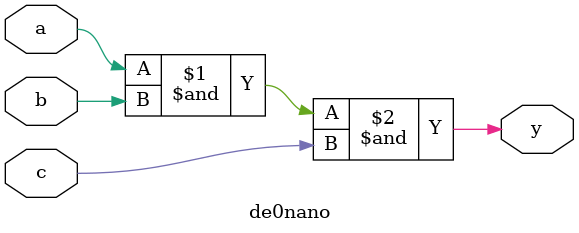
<source format=sv>
module de0nano(input logic a,b,c,
					output logic y);
	
	assign y = a & b & c;

endmodule
</source>
